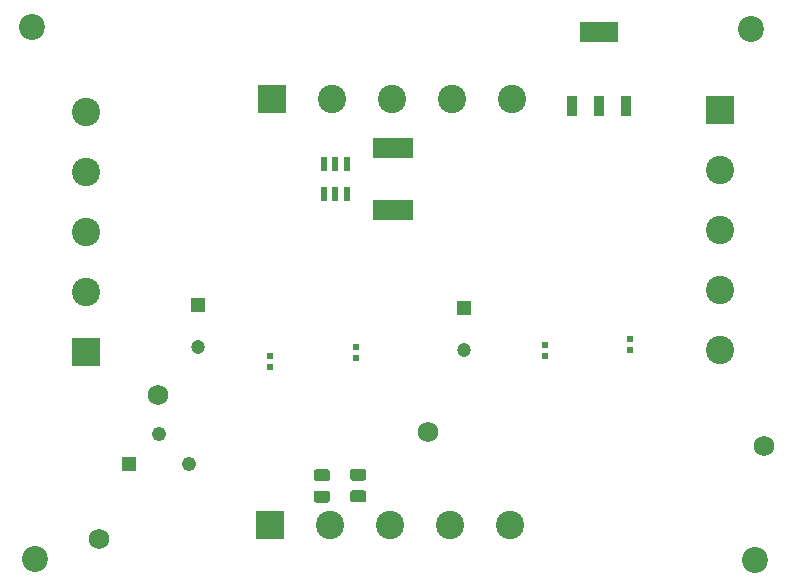
<source format=gbr>
%TF.GenerationSoftware,KiCad,Pcbnew,(5.1.9)-1*%
%TF.CreationDate,2021-10-15T13:48:39-04:00*%
%TF.ProjectId,ECE477_motorcontroller,45434534-3737-45f6-9d6f-746f72636f6e,rev?*%
%TF.SameCoordinates,Original*%
%TF.FileFunction,Soldermask,Bot*%
%TF.FilePolarity,Negative*%
%FSLAX46Y46*%
G04 Gerber Fmt 4.6, Leading zero omitted, Abs format (unit mm)*
G04 Created by KiCad (PCBNEW (5.1.9)-1) date 2021-10-15 13:48:39*
%MOMM*%
%LPD*%
G01*
G04 APERTURE LIST*
%ADD10C,2.200000*%
%ADD11C,1.755000*%
%ADD12R,1.222000X1.222000*%
%ADD13C,1.222000*%
%ADD14R,2.400000X2.400000*%
%ADD15C,2.400000*%
%ADD16R,3.200000X1.750000*%
%ADD17R,0.950000X1.750000*%
%ADD18R,3.400000X1.800000*%
%ADD19R,0.600000X1.250000*%
%ADD20R,0.620000X0.600000*%
%ADD21C,1.200000*%
%ADD22R,1.200000X1.200000*%
G04 APERTURE END LIST*
D10*
%TO.C,H4*%
X167900000Y-86350000D03*
%TD*%
%TO.C,H3*%
X167600000Y-41350000D03*
%TD*%
%TO.C,H2*%
X107000000Y-86300000D03*
%TD*%
%TO.C,H1*%
X106700000Y-41200000D03*
%TD*%
D11*
%TO.C,TP4*%
X168700000Y-76700000D03*
%TD*%
D12*
%TO.C,RV2*%
X114910000Y-78200000D03*
D13*
X117450000Y-75660000D03*
X119990000Y-78200000D03*
%TD*%
D11*
%TO.C,TP2*%
X140200000Y-75500000D03*
%TD*%
%TO.C,TP3*%
X112350000Y-84600000D03*
%TD*%
%TO.C,TP1*%
X117400000Y-72350000D03*
%TD*%
D14*
%TO.C,J3*%
X126827000Y-83424000D03*
D15*
X131907000Y-83424000D03*
X136987000Y-83424000D03*
X142067000Y-83424000D03*
X147147000Y-83424000D03*
%TD*%
%TO.C,J2*%
X111252000Y-48429000D03*
X111252000Y-53509000D03*
X111252000Y-58589000D03*
X111252000Y-63669000D03*
D14*
X111252000Y-68749000D03*
%TD*%
D15*
%TO.C,J4*%
X147370000Y-47300000D03*
X142290000Y-47300000D03*
X137210000Y-47300000D03*
X132130000Y-47300000D03*
D14*
X127050000Y-47300000D03*
%TD*%
D15*
%TO.C,J1*%
X164948000Y-68610000D03*
X164948000Y-63530000D03*
X164948000Y-58450000D03*
X164948000Y-53370000D03*
D14*
X164948000Y-48290000D03*
%TD*%
%TO.C,R2*%
G36*
G01*
X131700001Y-79675000D02*
X130799999Y-79675000D01*
G75*
G02*
X130550000Y-79425001I0J249999D01*
G01*
X130550000Y-78899999D01*
G75*
G02*
X130799999Y-78650000I249999J0D01*
G01*
X131700001Y-78650000D01*
G75*
G02*
X131950000Y-78899999I0J-249999D01*
G01*
X131950000Y-79425001D01*
G75*
G02*
X131700001Y-79675000I-249999J0D01*
G01*
G37*
G36*
G01*
X131700001Y-81500000D02*
X130799999Y-81500000D01*
G75*
G02*
X130550000Y-81250001I0J249999D01*
G01*
X130550000Y-80724999D01*
G75*
G02*
X130799999Y-80475000I249999J0D01*
G01*
X131700001Y-80475000D01*
G75*
G02*
X131950000Y-80724999I0J-249999D01*
G01*
X131950000Y-81250001D01*
G75*
G02*
X131700001Y-81500000I-249999J0D01*
G01*
G37*
%TD*%
%TO.C,R1*%
G36*
G01*
X134775001Y-79650000D02*
X133874999Y-79650000D01*
G75*
G02*
X133625000Y-79400001I0J249999D01*
G01*
X133625000Y-78874999D01*
G75*
G02*
X133874999Y-78625000I249999J0D01*
G01*
X134775001Y-78625000D01*
G75*
G02*
X135025000Y-78874999I0J-249999D01*
G01*
X135025000Y-79400001D01*
G75*
G02*
X134775001Y-79650000I-249999J0D01*
G01*
G37*
G36*
G01*
X134775001Y-81475000D02*
X133874999Y-81475000D01*
G75*
G02*
X133625000Y-81225001I0J249999D01*
G01*
X133625000Y-80699999D01*
G75*
G02*
X133874999Y-80450000I249999J0D01*
G01*
X134775001Y-80450000D01*
G75*
G02*
X135025000Y-80699999I0J-249999D01*
G01*
X135025000Y-81225001D01*
G75*
G02*
X134775001Y-81475000I-249999J0D01*
G01*
G37*
%TD*%
D16*
%TO.C,IC6*%
X154700000Y-41650000D03*
D17*
X152400000Y-47950000D03*
X154700000Y-47950000D03*
X157000000Y-47950000D03*
%TD*%
D18*
%TO.C,Rsense1*%
X137250000Y-56700000D03*
X137250000Y-51500000D03*
%TD*%
D19*
%TO.C,IC5*%
X131450000Y-52850000D03*
X132400000Y-52850000D03*
X133350000Y-52850000D03*
X133350000Y-55350000D03*
X132400000Y-55350000D03*
X131450000Y-55350000D03*
%TD*%
D20*
%TO.C,C5*%
X157300000Y-68585000D03*
X157300000Y-67665000D03*
%TD*%
%TO.C,C10*%
X150114000Y-69040000D03*
X150114000Y-68120000D03*
%TD*%
D21*
%TO.C,C7*%
X143300000Y-68550000D03*
D22*
X143300000Y-65050000D03*
%TD*%
D20*
%TO.C,C6*%
X134112000Y-69246000D03*
X134112000Y-68326000D03*
%TD*%
%TO.C,C4*%
X126848000Y-70038000D03*
X126848000Y-69118000D03*
%TD*%
D21*
%TO.C,C3*%
X120752000Y-68300000D03*
D22*
X120752000Y-64800000D03*
%TD*%
M02*

</source>
